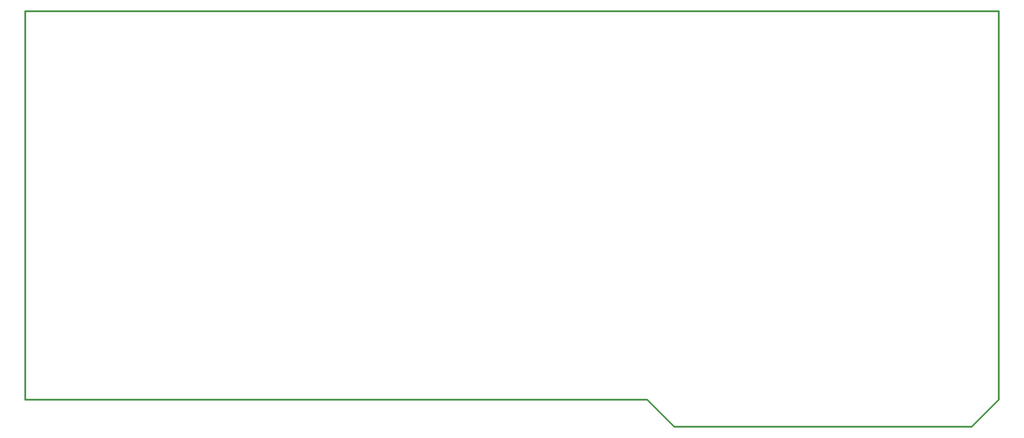
<source format=gbr>
%TF.GenerationSoftware,KiCad,Pcbnew,7.0.10*%
%TF.CreationDate,2024-08-03T18:46:40-06:00*%
%TF.ProjectId,display_card_bottom,64697370-6c61-4795-9f63-6172645f626f,rev?*%
%TF.SameCoordinates,Original*%
%TF.FileFunction,Profile,NP*%
%FSLAX46Y46*%
G04 Gerber Fmt 4.6, Leading zero omitted, Abs format (unit mm)*
G04 Created by KiCad (PCBNEW 7.0.10) date 2024-08-03 18:46:40*
%MOMM*%
%LPD*%
G01*
G04 APERTURE LIST*
%TA.AperFunction,Profile*%
%ADD10C,0.300000*%
%TD*%
G04 APERTURE END LIST*
D10*
X651499840Y-447659840D02*
X646419840Y-442579840D01*
X529590000Y-369565000D02*
X712470000Y-369565000D01*
X529579840Y-442579840D02*
X529590000Y-369565000D01*
X712470000Y-442579840D02*
X712470000Y-369565000D01*
X707390000Y-447659840D02*
X712470000Y-442579840D01*
X646419840Y-442579840D02*
X529579840Y-442579840D01*
X651499840Y-447659840D02*
X707390000Y-447659840D01*
M02*

</source>
